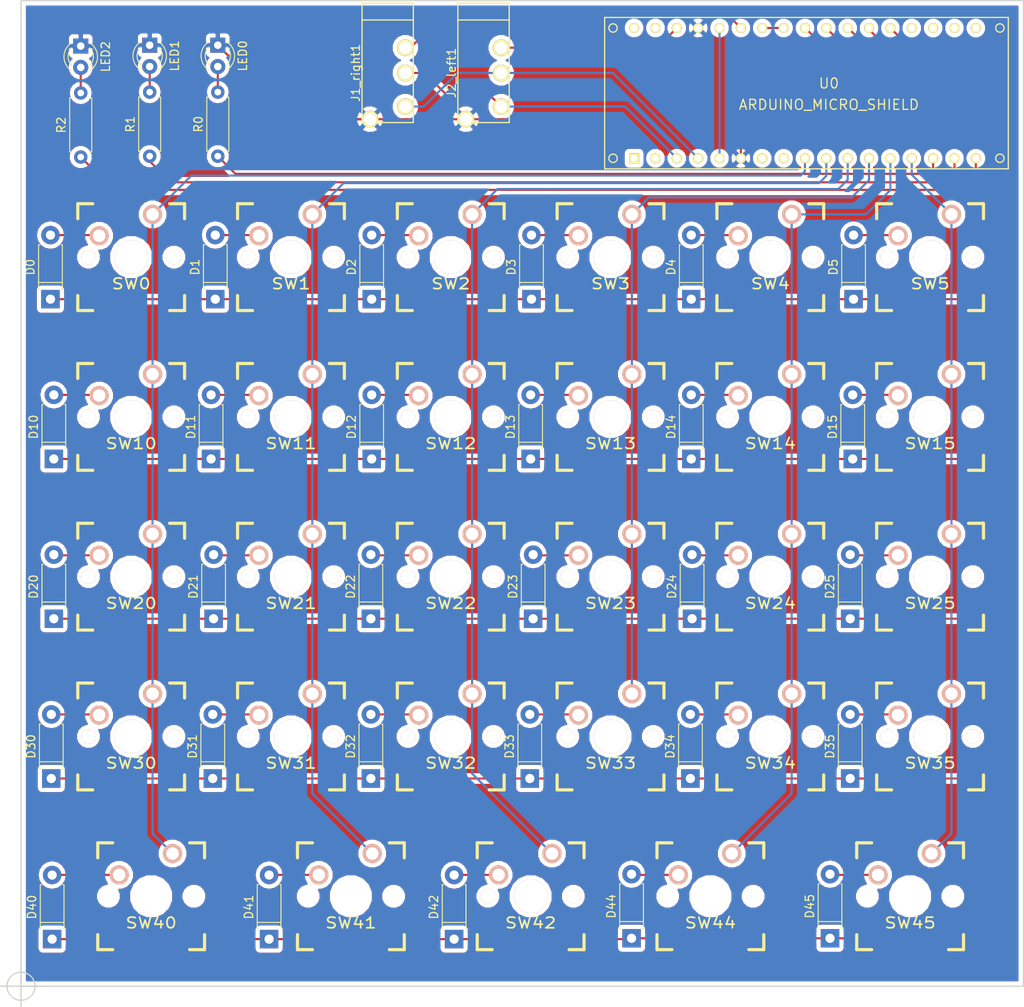
<source format=kicad_pcb>
(kicad_pcb (version 4) (host pcbnew 4.0.1-stable)
  (layers (0 F.Cu signal hide) (31 B.Cu signal hide) (34 B.Paste user hide) (35 F.Paste user hide) (36 B.SilkS user hide) (37 F.SilkS user hide) (38 B.Mask user hide) (39 F.Mask user hide) (44 Edge.Cuts user))
  (net 0 "")
  (net 1 /ROW0)
  (net 2 /ROW1)
  (net 3 "Net-(D10-Pad2)")
  (net 4 "Net-(D11-Pad2)")
  (net 5 "Net-(D12-Pad2)")
  (net 6 "Net-(D13-Pad2)")
  (net 7 "Net-(D14-Pad2)")
  (net 8 "Net-(D15-Pad2)")
  (net 9 /ROW2)
  (net 10 "Net-(D20-Pad2)")
  (net 11 "Net-(D21-Pad2)")
  (net 12 "Net-(D22-Pad2)")
  (net 13 "Net-(D23-Pad2)")
  (net 14 "Net-(D24-Pad2)")
  (net 15 "Net-(D25-Pad2)")
  (net 16 /ROW3)
  (net 17 "Net-(D30-Pad2)")
  (net 18 "Net-(D31-Pad2)")
  (net 19 "Net-(D32-Pad2)")
  (net 20 "Net-(D33-Pad2)")
  (net 21 "Net-(D34-Pad2)")
  (net 22 "Net-(D35-Pad2)")
  (net 23 /ROW4)
  (net 24 "Net-(D40-Pad2)")
  (net 25 "Net-(D41-Pad2)")
  (net 26 "Net-(D42-Pad2)")
  (net 27 VCC)
  (net 28 GND)
  (net 29 /COL0)
  (net 30 /COL1)
  (net 31 /COL2)
  (net 32 /COL3)
  (net 33 /COL4)
  (net 34 /COL5)
  (net 35 "Net-(U0-PadRST)")
  (net 36 "Net-(U0-PadNC)")
  (net 37 "Net-(D0-Pad2)")
  (net 38 "Net-(D1-Pad2)")
  (net 39 "Net-(D2-Pad2)")
  (net 40 "Net-(D3-Pad2)")
  (net 41 "Net-(D4-Pad2)")
  (net 42 "Net-(D5-Pad2)")
  (net 43 "Net-(D44-Pad2)")
  (net 44 "Net-(D45-Pad2)")
  (net 45 "Net-(J1_right1-Pad2)")
  (net 46 "Net-(J1_right1-Pad3)")
  (net 47 "Net-(J2_left1-Pad1)")
  (net 48 /LED0)
  (net 49 /LED1)
  (net 50 /LED2)
  (net 51 "Net-(LED0-Pad2)")
  (net 52 "Net-(LED1-Pad2)")
  (net 53 "Net-(LED2-Pad2)")
  (module Diodes_ThroughHole:D_DO-41_SOD81_P7.62mm_Horizontal (layer F.Cu) (at 40.8 74 90)
    (fp_text reference D10 (at 3.81 -2.41 90) (layer F.SilkS))
    (fp_text value D)
    (pad 1 thru_hole rect (at 0 0 90) (size 2.2 2.2) (drill 1.1) (layers *.Cu *.Mask) (net 2 /ROW1))
    (pad 2 thru_hole oval (at 7.62 0 90) (size 2.2 2.2) (drill 1.1) (layers *.Cu *.Mask) (net 3 "Net-(D10-Pad2)"))
  )
  (module Diodes_ThroughHole:D_DO-41_SOD81_P7.62mm_Horizontal (layer F.Cu) (at 59.5 74 90)
    (fp_text reference D11 (at 3.81 -2.41 90) (layer F.SilkS))
    (fp_text value D)
    (pad 1 thru_hole rect (at 0 0 90) (size 2.2 2.2) (drill 1.1) (layers *.Cu *.Mask) (net 2 /ROW1))
    (pad 2 thru_hole oval (at 7.62 0 90) (size 2.2 2.2) (drill 1.1) (layers *.Cu *.Mask) (net 4 "Net-(D11-Pad2)"))
  )
  (module Diodes_ThroughHole:D_DO-41_SOD81_P7.62mm_Horizontal (layer F.Cu) (at 78.6 74 90)
    (fp_text reference D12 (at 3.81 -2.41 90) (layer F.SilkS))
    (fp_text value D)
    (pad 1 thru_hole rect (at 0 0 90) (size 2.2 2.2) (drill 1.1) (layers *.Cu *.Mask) (net 2 /ROW1))
    (pad 2 thru_hole oval (at 7.62 0 90) (size 2.2 2.2) (drill 1.1) (layers *.Cu *.Mask) (net 5 "Net-(D12-Pad2)"))
  )
  (module Diodes_ThroughHole:D_DO-41_SOD81_P7.62mm_Horizontal (layer F.Cu) (at 97.5 74 90)
    (fp_text reference D13 (at 3.81 -2.41 90) (layer F.SilkS))
    (fp_text value D)
    (pad 1 thru_hole rect (at 0 0 90) (size 2.2 2.2) (drill 1.1) (layers *.Cu *.Mask) (net 2 /ROW1))
    (pad 2 thru_hole oval (at 7.62 0 90) (size 2.2 2.2) (drill 1.1) (layers *.Cu *.Mask) (net 6 "Net-(D13-Pad2)"))
  )
  (module Diodes_ThroughHole:D_DO-41_SOD81_P7.62mm_Horizontal (layer F.Cu) (at 116.6 74 90)
    (fp_text reference D14 (at 3.81 -2.41 90) (layer F.SilkS))
    (fp_text value D)
    (pad 1 thru_hole rect (at 0 0 90) (size 2.2 2.2) (drill 1.1) (layers *.Cu *.Mask) (net 2 /ROW1))
    (pad 2 thru_hole oval (at 7.62 0 90) (size 2.2 2.2) (drill 1.1) (layers *.Cu *.Mask) (net 7 "Net-(D14-Pad2)"))
  )
  (module Diodes_ThroughHole:D_DO-41_SOD81_P7.62mm_Horizontal (layer F.Cu) (at 135.8 74 90)
    (fp_text reference D15 (at 3.81 -2.41 90) (layer F.SilkS))
    (fp_text value D)
    (pad 1 thru_hole rect (at 0 0 90) (size 2.2 2.2) (drill 1.1) (layers *.Cu *.Mask) (net 2 /ROW1))
    (pad 2 thru_hole oval (at 7.62 0 90) (size 2.2 2.2) (drill 1.1) (layers *.Cu *.Mask) (net 8 "Net-(D15-Pad2)"))
  )
  (module Diodes_ThroughHole:D_DO-41_SOD81_P7.62mm_Horizontal (layer F.Cu) (at 40.8 93 90)
    (fp_text reference D20 (at 3.81 -2.41 90) (layer F.SilkS))
    (fp_text value D)
    (pad 1 thru_hole rect (at 0 0 90) (size 2.2 2.2) (drill 1.1) (layers *.Cu *.Mask) (net 9 /ROW2))
    (pad 2 thru_hole oval (at 7.62 0 90) (size 2.2 2.2) (drill 1.1) (layers *.Cu *.Mask) (net 10 "Net-(D20-Pad2)"))
  )
  (module Diodes_ThroughHole:D_DO-41_SOD81_P7.62mm_Horizontal (layer F.Cu) (at 59.8 93 90)
    (fp_text reference D21 (at 3.81 -2.41 90) (layer F.SilkS))
    (fp_text value D)
    (pad 1 thru_hole rect (at 0 0 90) (size 2.2 2.2) (drill 1.1) (layers *.Cu *.Mask) (net 9 /ROW2))
    (pad 2 thru_hole oval (at 7.62 0 90) (size 2.2 2.2) (drill 1.1) (layers *.Cu *.Mask) (net 11 "Net-(D21-Pad2)"))
  )
  (module Diodes_ThroughHole:D_DO-41_SOD81_P7.62mm_Horizontal (layer F.Cu) (at 78.5 93 90)
    (fp_text reference D22 (at 3.81 -2.41 90) (layer F.SilkS))
    (fp_text value D)
    (pad 1 thru_hole rect (at 0 0 90) (size 2.2 2.2) (drill 1.1) (layers *.Cu *.Mask) (net 9 /ROW2))
    (pad 2 thru_hole oval (at 7.62 0 90) (size 2.2 2.2) (drill 1.1) (layers *.Cu *.Mask) (net 12 "Net-(D22-Pad2)"))
  )
  (module Diodes_ThroughHole:D_DO-41_SOD81_P7.62mm_Horizontal (layer F.Cu) (at 97.8 93 90)
    (fp_text reference D23 (at 3.81 -2.41 90) (layer F.SilkS))
    (fp_text value D)
    (pad 1 thru_hole rect (at 0 0 90) (size 2.2 2.2) (drill 1.1) (layers *.Cu *.Mask) (net 9 /ROW2))
    (pad 2 thru_hole oval (at 7.62 0 90) (size 2.2 2.2) (drill 1.1) (layers *.Cu *.Mask) (net 13 "Net-(D23-Pad2)"))
  )
  (module Diodes_ThroughHole:D_DO-41_SOD81_P7.62mm_Horizontal (layer F.Cu) (at 116.7 93 90)
    (fp_text reference D24 (at 3.81 -2.41 90) (layer F.SilkS))
    (fp_text value D)
    (pad 1 thru_hole rect (at 0 0 90) (size 2.2 2.2) (drill 1.1) (layers *.Cu *.Mask) (net 9 /ROW2))
    (pad 2 thru_hole oval (at 7.62 0 90) (size 2.2 2.2) (drill 1.1) (layers *.Cu *.Mask) (net 14 "Net-(D24-Pad2)"))
  )
  (module Diodes_ThroughHole:D_DO-41_SOD81_P7.62mm_Horizontal (layer F.Cu) (at 135.5 93 90)
    (fp_text reference D25 (at 3.81 -2.41 90) (layer F.SilkS))
    (fp_text value D)
    (pad 1 thru_hole rect (at 0 0 90) (size 2.2 2.2) (drill 1.1) (layers *.Cu *.Mask) (net 9 /ROW2))
    (pad 2 thru_hole oval (at 7.62 0 90) (size 2.2 2.2) (drill 1.1) (layers *.Cu *.Mask) (net 15 "Net-(D25-Pad2)"))
  )
  (module Diodes_ThroughHole:D_DO-41_SOD81_P7.62mm_Horizontal (layer F.Cu) (at 40.5 112 90)
    (fp_text reference D30 (at 3.81 -2.41 90) (layer F.SilkS))
    (fp_text value D)
    (pad 1 thru_hole rect (at 0 0 90) (size 2.2 2.2) (drill 1.1) (layers *.Cu *.Mask) (net 16 /ROW3))
    (pad 2 thru_hole oval (at 7.62 0 90) (size 2.2 2.2) (drill 1.1) (layers *.Cu *.Mask) (net 17 "Net-(D30-Pad2)"))
  )
  (module Diodes_ThroughHole:D_DO-41_SOD81_P7.62mm_Horizontal (layer F.Cu) (at 59.7 112 90)
    (fp_text reference D31 (at 3.81 -2.41 90) (layer F.SilkS))
    (fp_text value D)
    (pad 1 thru_hole rect (at 0 0 90) (size 2.2 2.2) (drill 1.1) (layers *.Cu *.Mask) (net 16 /ROW3))
    (pad 2 thru_hole oval (at 7.62 0 90) (size 2.2 2.2) (drill 1.1) (layers *.Cu *.Mask) (net 18 "Net-(D31-Pad2)"))
  )
  (module Diodes_ThroughHole:D_DO-41_SOD81_P7.62mm_Horizontal (layer F.Cu) (at 78.5 112 90)
    (fp_text reference D32 (at 3.81 -2.41 90) (layer F.SilkS))
    (fp_text value D)
    (pad 1 thru_hole rect (at 0 0 90) (size 2.2 2.2) (drill 1.1) (layers *.Cu *.Mask) (net 16 /ROW3))
    (pad 2 thru_hole oval (at 7.62 0 90) (size 2.2 2.2) (drill 1.1) (layers *.Cu *.Mask) (net 19 "Net-(D32-Pad2)"))
  )
  (module Diodes_ThroughHole:D_DO-41_SOD81_P7.62mm_Horizontal (layer F.Cu) (at 97.4 112 90)
    (fp_text reference D33 (at 3.81 -2.41 90) (layer F.SilkS))
    (fp_text value D)
    (pad 1 thru_hole rect (at 0 0 90) (size 2.2 2.2) (drill 1.1) (layers *.Cu *.Mask) (net 16 /ROW3))
    (pad 2 thru_hole oval (at 7.62 0 90) (size 2.2 2.2) (drill 1.1) (layers *.Cu *.Mask) (net 20 "Net-(D33-Pad2)"))
  )
  (module Diodes_ThroughHole:D_DO-41_SOD81_P7.62mm_Horizontal (layer F.Cu) (at 116.5 112 90)
    (fp_text reference D34 (at 3.81 -2.41 90) (layer F.SilkS))
    (fp_text value D)
    (pad 1 thru_hole rect (at 0 0 90) (size 2.2 2.2) (drill 1.1) (layers *.Cu *.Mask) (net 16 /ROW3))
    (pad 2 thru_hole oval (at 7.62 0 90) (size 2.2 2.2) (drill 1.1) (layers *.Cu *.Mask) (net 21 "Net-(D34-Pad2)"))
  )
  (module Diodes_ThroughHole:D_DO-41_SOD81_P7.62mm_Horizontal (layer F.Cu) (at 135.5 112 90)
    (fp_text reference D35 (at 3.81 -2.41 90) (layer F.SilkS))
    (fp_text value D)
    (pad 1 thru_hole rect (at 0 0 90) (size 2.2 2.2) (drill 1.1) (layers *.Cu *.Mask) (net 16 /ROW3))
    (pad 2 thru_hole oval (at 7.62 0 90) (size 2.2 2.2) (drill 1.1) (layers *.Cu *.Mask) (net 22 "Net-(D35-Pad2)"))
  )
  (module Diodes_ThroughHole:D_DO-41_SOD81_P7.62mm_Horizontal (layer F.Cu) (at 40.6 131.1 90)
    (fp_text reference D40 (at 3.81 -2.41 90) (layer F.SilkS))
    (fp_text value D)
    (pad 1 thru_hole rect (at 0 0 90) (size 2.2 2.2) (drill 1.1) (layers *.Cu *.Mask) (net 23 /ROW4))
    (pad 2 thru_hole oval (at 7.62 0 90) (size 2.2 2.2) (drill 1.1) (layers *.Cu *.Mask) (net 24 "Net-(D40-Pad2)"))
  )
  (module Diodes_ThroughHole:D_DO-41_SOD81_P7.62mm_Horizontal (layer F.Cu) (at 66.4 131.1 90)
    (fp_text reference D41 (at 3.81 -2.41 90) (layer F.SilkS))
    (fp_text value D)
    (pad 1 thru_hole rect (at 0 0 90) (size 2.2 2.2) (drill 1.1) (layers *.Cu *.Mask) (net 23 /ROW4))
    (pad 2 thru_hole oval (at 7.62 0 90) (size 2.2 2.2) (drill 1.1) (layers *.Cu *.Mask) (net 25 "Net-(D41-Pad2)"))
  )
  (module Diodes_ThroughHole:D_DO-41_SOD81_P7.62mm_Horizontal (layer F.Cu) (at 88.4 131.1 90)
    (fp_text reference D42 (at 3.81 -2.41 90) (layer F.SilkS))
    (fp_text value D)
    (pad 1 thru_hole rect (at 0 0 90) (size 2.2 2.2) (drill 1.1) (layers *.Cu *.Mask) (net 23 /ROW4))
    (pad 2 thru_hole oval (at 7.62 0 90) (size 2.2 2.2) (drill 1.1) (layers *.Cu *.Mask) (net 26 "Net-(D42-Pad2)"))
  )
  (module MyFootprint:CHERRY_PLATE_100H (layer F.Cu) (at 50 69)
    (fp_text reference SW10 (at 0 3.175) (layer F.SilkS) (effects (font (size 1.27 1.524) (thickness 0.2032))))
    (fp_text value SW_PUSH hide)
    (pad 1 thru_hole circle (at 2.54 -5.08) (size 2.286 2.286) (drill 1.4986) (layers *.Cu *.SilkS *.Mask) (net 29 /COL0))
    (pad 2 thru_hole circle (at -3.81 -2.54) (size 2.286 2.286) (drill 1.4986) (layers *.Cu *.SilkS *.Mask) (net 3 "Net-(D10-Pad2)"))
    (pad HOLE thru_hole circle (at 0 0) (size 3.9878 3.9878) (drill 3.9878) (layers *.Cu *.Mask F.SilkS))
    (pad HOLE thru_hole circle (at -5.08 0) (size 1.7018 1.7018) (drill 1.7018) (layers *.Cu *.Mask F.SilkS))
    (pad HOLE thru_hole circle (at 5.08 0) (size 1.7018 1.7018) (drill 1.7018) (layers *.Cu *.Mask F.SilkS))
  )
  (module MyFootprint:CHERRY_PLATE_100H (layer F.Cu) (at 69 69)
    (fp_text reference SW11 (at 0 3.175) (layer F.SilkS) (effects (font (size 1.27 1.524) (thickness 0.2032))))
    (fp_text value SW_PUSH hide)
    (pad 1 thru_hole circle (at 2.54 -5.08) (size 2.286 2.286) (drill 1.4986) (layers *.Cu *.SilkS *.Mask) (net 30 /COL1))
    (pad 2 thru_hole circle (at -3.81 -2.54) (size 2.286 2.286) (drill 1.4986) (layers *.Cu *.SilkS *.Mask) (net 4 "Net-(D11-Pad2)"))
    (pad HOLE thru_hole circle (at 0 0) (size 3.9878 3.9878) (drill 3.9878) (layers *.Cu *.Mask F.SilkS))
    (pad HOLE thru_hole circle (at -5.08 0) (size 1.7018 1.7018) (drill 1.7018) (layers *.Cu *.Mask F.SilkS))
    (pad HOLE thru_hole circle (at 5.08 0) (size 1.7018 1.7018) (drill 1.7018) (layers *.Cu *.Mask F.SilkS))
  )
  (module MyFootprint:CHERRY_PLATE_100H (layer F.Cu) (at 88 69)
    (fp_text reference SW12 (at 0 3.175) (layer F.SilkS) (effects (font (size 1.27 1.524) (thickness 0.2032))))
    (fp_text value SW_PUSH hide)
    (pad 1 thru_hole circle (at 2.54 -5.08) (size 2.286 2.286) (drill 1.4986) (layers *.Cu *.SilkS *.Mask) (net 31 /COL2))
    (pad 2 thru_hole circle (at -3.81 -2.54) (size 2.286 2.286) (drill 1.4986) (layers *.Cu *.SilkS *.Mask) (net 5 "Net-(D12-Pad2)"))
    (pad HOLE thru_hole circle (at 0 0) (size 3.9878 3.9878) (drill 3.9878) (layers *.Cu *.Mask F.SilkS))
    (pad HOLE thru_hole circle (at -5.08 0) (size 1.7018 1.7018) (drill 1.7018) (layers *.Cu *.Mask F.SilkS))
    (pad HOLE thru_hole circle (at 5.08 0) (size 1.7018 1.7018) (drill 1.7018) (layers *.Cu *.Mask F.SilkS))
  )
  (module MyFootprint:CHERRY_PLATE_100H (layer F.Cu) (at 107 69)
    (fp_text reference SW13 (at 0 3.175) (layer F.SilkS) (effects (font (size 1.27 1.524) (thickness 0.2032))))
    (fp_text value SW_PUSH hide)
    (pad 1 thru_hole circle (at 2.54 -5.08) (size 2.286 2.286) (drill 1.4986) (layers *.Cu *.SilkS *.Mask) (net 32 /COL3))
    (pad 2 thru_hole circle (at -3.81 -2.54) (size 2.286 2.286) (drill 1.4986) (layers *.Cu *.SilkS *.Mask) (net 6 "Net-(D13-Pad2)"))
    (pad HOLE thru_hole circle (at 0 0) (size 3.9878 3.9878) (drill 3.9878) (layers *.Cu *.Mask F.SilkS))
    (pad HOLE thru_hole circle (at -5.08 0) (size 1.7018 1.7018) (drill 1.7018) (layers *.Cu *.Mask F.SilkS))
    (pad HOLE thru_hole circle (at 5.08 0) (size 1.7018 1.7018) (drill 1.7018) (layers *.Cu *.Mask F.SilkS))
  )
  (module MyFootprint:CHERRY_PLATE_100H (layer F.Cu) (at 126 69)
    (fp_text reference SW14 (at 0 3.175) (layer F.SilkS) (effects (font (size 1.27 1.524) (thickness 0.2032))))
    (fp_text value SW_PUSH hide)
    (pad 1 thru_hole circle (at 2.54 -5.08) (size 2.286 2.286) (drill 1.4986) (layers *.Cu *.SilkS *.Mask) (net 33 /COL4))
    (pad 2 thru_hole circle (at -3.81 -2.54) (size 2.286 2.286) (drill 1.4986) (layers *.Cu *.SilkS *.Mask) (net 7 "Net-(D14-Pad2)"))
    (pad HOLE thru_hole circle (at 0 0) (size 3.9878 3.9878) (drill 3.9878) (layers *.Cu *.Mask F.SilkS))
    (pad HOLE thru_hole circle (at -5.08 0) (size 1.7018 1.7018) (drill 1.7018) (layers *.Cu *.Mask F.SilkS))
    (pad HOLE thru_hole circle (at 5.08 0) (size 1.7018 1.7018) (drill 1.7018) (layers *.Cu *.Mask F.SilkS))
  )
  (module MyFootprint:CHERRY_PLATE_100H (layer F.Cu) (at 145 69)
    (fp_text reference SW15 (at 0 3.175) (layer F.SilkS) (effects (font (size 1.27 1.524) (thickness 0.2032))))
    (fp_text value SW_PUSH hide)
    (pad 1 thru_hole circle (at 2.54 -5.08) (size 2.286 2.286) (drill 1.4986) (layers *.Cu *.SilkS *.Mask) (net 34 /COL5))
    (pad 2 thru_hole circle (at -3.81 -2.54) (size 2.286 2.286) (drill 1.4986) (layers *.Cu *.SilkS *.Mask) (net 8 "Net-(D15-Pad2)"))
    (pad HOLE thru_hole circle (at 0 0) (size 3.9878 3.9878) (drill 3.9878) (layers *.Cu *.Mask F.SilkS))
    (pad HOLE thru_hole circle (at -5.08 0) (size 1.7018 1.7018) (drill 1.7018) (layers *.Cu *.Mask F.SilkS))
    (pad HOLE thru_hole circle (at 5.08 0) (size 1.7018 1.7018) (drill 1.7018) (layers *.Cu *.Mask F.SilkS))
  )
  (module MyFootprint:CHERRY_PLATE_100H (layer F.Cu) (at 50 88)
    (fp_text reference SW20 (at 0 3.175) (layer F.SilkS) (effects (font (size 1.27 1.524) (thickness 0.2032))))
    (fp_text value SW_PUSH hide)
    (pad 1 thru_hole circle (at 2.54 -5.08) (size 2.286 2.286) (drill 1.4986) (layers *.Cu *.SilkS *.Mask) (net 29 /COL0))
    (pad 2 thru_hole circle (at -3.81 -2.54) (size 2.286 2.286) (drill 1.4986) (layers *.Cu *.SilkS *.Mask) (net 10 "Net-(D20-Pad2)"))
    (pad HOLE thru_hole circle (at 0 0) (size 3.9878 3.9878) (drill 3.9878) (layers *.Cu *.Mask F.SilkS))
    (pad HOLE thru_hole circle (at -5.08 0) (size 1.7018 1.7018) (drill 1.7018) (layers *.Cu *.Mask F.SilkS))
    (pad HOLE thru_hole circle (at 5.08 0) (size 1.7018 1.7018) (drill 1.7018) (layers *.Cu *.Mask F.SilkS))
  )
  (module MyFootprint:CHERRY_PLATE_100H (layer F.Cu) (at 69 88)
    (fp_text reference SW21 (at 0 3.175) (layer F.SilkS) (effects (font (size 1.27 1.524) (thickness 0.2032))))
    (fp_text value SW_PUSH hide)
    (pad 1 thru_hole circle (at 2.54 -5.08) (size 2.286 2.286) (drill 1.4986) (layers *.Cu *.SilkS *.Mask) (net 30 /COL1))
    (pad 2 thru_hole circle (at -3.81 -2.54) (size 2.286 2.286) (drill 1.4986) (layers *.Cu *.SilkS *.Mask) (net 11 "Net-(D21-Pad2)"))
    (pad HOLE thru_hole circle (at 0 0) (size 3.9878 3.9878) (drill 3.9878) (layers *.Cu *.Mask F.SilkS))
    (pad HOLE thru_hole circle (at -5.08 0) (size 1.7018 1.7018) (drill 1.7018) (layers *.Cu *.Mask F.SilkS))
    (pad HOLE thru_hole circle (at 5.08 0) (size 1.7018 1.7018) (drill 1.7018) (layers *.Cu *.Mask F.SilkS))
  )
  (module MyFootprint:CHERRY_PLATE_100H (layer F.Cu) (at 88 88)
    (fp_text reference SW22 (at 0 3.175) (layer F.SilkS) (effects (font (size 1.27 1.524) (thickness 0.2032))))
    (fp_text value SW_PUSH hide)
    (pad 1 thru_hole circle (at 2.54 -5.08) (size 2.286 2.286) (drill 1.4986) (layers *.Cu *.SilkS *.Mask) (net 31 /COL2))
    (pad 2 thru_hole circle (at -3.81 -2.54) (size 2.286 2.286) (drill 1.4986) (layers *.Cu *.SilkS *.Mask) (net 12 "Net-(D22-Pad2)"))
    (pad HOLE thru_hole circle (at 0 0) (size 3.9878 3.9878) (drill 3.9878) (layers *.Cu *.Mask F.SilkS))
    (pad HOLE thru_hole circle (at -5.08 0) (size 1.7018 1.7018) (drill 1.7018) (layers *.Cu *.Mask F.SilkS))
    (pad HOLE thru_hole circle (at 5.08 0) (size 1.7018 1.7018) (drill 1.7018) (layers *.Cu *.Mask F.SilkS))
  )
  (module MyFootprint:CHERRY_PLATE_100H (layer F.Cu) (at 107 88)
    (fp_text reference SW23 (at 0 3.175) (layer F.SilkS) (effects (font (size 1.27 1.524) (thickness 0.2032))))
    (fp_text value SW_PUSH hide)
    (pad 1 thru_hole circle (at 2.54 -5.08) (size 2.286 2.286) (drill 1.4986) (layers *.Cu *.SilkS *.Mask) (net 32 /COL3))
    (pad 2 thru_hole circle (at -3.81 -2.54) (size 2.286 2.286) (drill 1.4986) (layers *.Cu *.SilkS *.Mask) (net 13 "Net-(D23-Pad2)"))
    (pad HOLE thru_hole circle (at 0 0) (size 3.9878 3.9878) (drill 3.9878) (layers *.Cu *.Mask F.SilkS))
    (pad HOLE thru_hole circle (at -5.08 0) (size 1.7018 1.7018) (drill 1.7018) (layers *.Cu *.Mask F.SilkS))
    (pad HOLE thru_hole circle (at 5.08 0) (size 1.7018 1.7018) (drill 1.7018) (layers *.Cu *.Mask F.SilkS))
  )
  (module MyFootprint:CHERRY_PLATE_100H (layer F.Cu) (at 126 88)
    (fp_text reference SW24 (at 0 3.175) (layer F.SilkS) (effects (font (size 1.27 1.524) (thickness 0.2032))))
    (fp_text value SW_PUSH hide)
    (pad 1 thru_hole circle (at 2.54 -5.08) (size 2.286 2.286) (drill 1.4986) (layers *.Cu *.SilkS *.Mask) (net 33 /COL4))
    (pad 2 thru_hole circle (at -3.81 -2.54) (size 2.286 2.286) (drill 1.4986) (layers *.Cu *.SilkS *.Mask) (net 14 "Net-(D24-Pad2)"))
    (pad HOLE thru_hole circle (at 0 0) (size 3.9878 3.9878) (drill 3.9878) (layers *.Cu *.Mask F.SilkS))
    (pad HOLE thru_hole circle (at -5.08 0) (size 1.7018 1.7018) (drill 1.7018) (layers *.Cu *.Mask F.SilkS))
    (pad HOLE thru_hole circle (at 5.08 0) (size 1.7018 1.7018) (drill 1.7018) (layers *.Cu *.Mask F.SilkS))
  )
  (module MyFootprint:CHERRY_PLATE_100H (layer F.Cu) (at 145 88)
    (fp_text reference SW25 (at 0 3.175) (layer F.SilkS) (effects (font (size 1.27 1.524) (thickness 0.2032))))
    (fp_text value SW_PUSH hide)
    (pad 1 thru_hole circle (at 2.54 -5.08) (size 2.286 2.286) (drill 1.4986) (layers *.Cu *.SilkS *.Mask) (net 34 /COL5))
    (pad 2 thru_hole circle (at -3.81 -2.54) (size 2.286 2.286) (drill 1.4986) (layers *.Cu *.SilkS *.Mask) (net 15 "Net-(D25-Pad2)"))
    (pad HOLE thru_hole circle (at 0 0) (size 3.9878 3.9878) (drill 3.9878) (layers *.Cu *.Mask F.SilkS))
    (pad HOLE thru_hole circle (at -5.08 0) (size 1.7018 1.7018) (drill 1.7018) (layers *.Cu *.Mask F.SilkS))
    (pad HOLE thru_hole circle (at 5.08 0) (size 1.7018 1.7018) (drill 1.7018) (layers *.Cu *.Mask F.SilkS))
  )
  (module MyFootprint:CHERRY_PLATE_100H (layer F.Cu) (at 50 107)
    (fp_text reference SW30 (at 0 3.175) (layer F.SilkS) (effects (font (size 1.27 1.524) (thickness 0.2032))))
    (fp_text value SW_PUSH hide)
    (pad 1 thru_hole circle (at 2.54 -5.08) (size 2.286 2.286) (drill 1.4986) (layers *.Cu *.SilkS *.Mask) (net 29 /COL0))
    (pad 2 thru_hole circle (at -3.81 -2.54) (size 2.286 2.286) (drill 1.4986) (layers *.Cu *.SilkS *.Mask) (net 17 "Net-(D30-Pad2)"))
    (pad HOLE thru_hole circle (at 0 0) (size 3.9878 3.9878) (drill 3.9878) (layers *.Cu *.Mask F.SilkS))
    (pad HOLE thru_hole circle (at -5.08 0) (size 1.7018 1.7018) (drill 1.7018) (layers *.Cu *.Mask F.SilkS))
    (pad HOLE thru_hole circle (at 5.08 0) (size 1.7018 1.7018) (drill 1.7018) (layers *.Cu *.Mask F.SilkS))
  )
  (module MyFootprint:CHERRY_PLATE_100H (layer F.Cu) (at 69 107)
    (fp_text reference SW31 (at 0 3.175) (layer F.SilkS) (effects (font (size 1.27 1.524) (thickness 0.2032))))
    (fp_text value SW_PUSH hide)
    (pad 1 thru_hole circle (at 2.54 -5.08) (size 2.286 2.286) (drill 1.4986) (layers *.Cu *.SilkS *.Mask) (net 30 /COL1))
    (pad 2 thru_hole circle (at -3.81 -2.54) (size 2.286 2.286) (drill 1.4986) (layers *.Cu *.SilkS *.Mask) (net 18 "Net-(D31-Pad2)"))
    (pad HOLE thru_hole circle (at 0 0) (size 3.9878 3.9878) (drill 3.9878) (layers *.Cu *.Mask F.SilkS))
    (pad HOLE thru_hole circle (at -5.08 0) (size 1.7018 1.7018) (drill 1.7018) (layers *.Cu *.Mask F.SilkS))
    (pad HOLE thru_hole circle (at 5.08 0) (size 1.7018 1.7018) (drill 1.7018) (layers *.Cu *.Mask F.SilkS))
  )
  (module MyFootprint:CHERRY_PLATE_100H (layer F.Cu) (at 88 107)
    (fp_text reference SW32 (at 0 3.175) (layer F.SilkS) (effects (font (size 1.27 1.524) (thickness 0.2032))))
    (fp_text value SW_PUSH hide)
    (pad 1 thru_hole circle (at 2.54 -5.08) (size 2.286 2.286) (drill 1.4986) (layers *.Cu *.SilkS *.Mask) (net 31 /COL2))
    (pad 2 thru_hole circle (at -3.81 -2.54) (size 2.286 2.286) (drill 1.4986) (layers *.Cu *.SilkS *.Mask) (net 19 "Net-(D32-Pad2)"))
    (pad HOLE thru_hole circle (at 0 0) (size 3.9878 3.9878) (drill 3.9878) (layers *.Cu *.Mask F.SilkS))
    (pad HOLE thru_hole circle (at -5.08 0) (size 1.7018 1.7018) (drill 1.7018) (layers *.Cu *.Mask F.SilkS))
    (pad HOLE thru_hole circle (at 5.08 0) (size 1.7018 1.7018) (drill 1.7018) (layers *.Cu *.Mask F.SilkS))
  )
  (module MyFootprint:CHERRY_PLATE_100H (layer F.Cu) (at 107 107)
    (fp_text reference SW33 (at 0 3.175) (layer F.SilkS) (effects (font (size 1.27 1.524) (thickness 0.2032))))
    (fp_text value SW_PUSH hide)
    (pad 1 thru_hole circle (at 2.54 -5.08) (size 2.286 2.286) (drill 1.4986) (layers *.Cu *.SilkS *.Mask) (net 32 /COL3))
    (pad 2 thru_hole circle (at -3.81 -2.54) (size 2.286 2.286) (drill 1.4986) (layers *.Cu *.SilkS *.Mask) (net 20 "Net-(D33-Pad2)"))
    (pad HOLE thru_hole circle (at 0 0) (size 3.9878 3.9878) (drill 3.9878) (layers *.Cu *.Mask F.SilkS))
    (pad HOLE thru_hole circle (at -5.08 0) (size 1.7018 1.7018) (drill 1.7018) (layers *.Cu *.Mask F.SilkS))
    (pad HOLE thru_hole circle (at 5.08 0) (size 1.7018 1.7018) (drill 1.7018) (layers *.Cu *.Mask F.SilkS))
  )
  (module MyFootprint:CHERRY_PLATE_100H (layer F.Cu) (at 126 107)
    (fp_text reference SW34 (at 0 3.175) (layer F.SilkS) (effects (font (size 1.27 1.524) (thickness 0.2032))))
    (fp_text value SW_PUSH hide)
    (pad 1 thru_hole circle (at 2.54 -5.08) (size 2.286 2.286) (drill 1.4986) (layers *.Cu *.SilkS *.Mask) (net 33 /COL4))
    (pad 2 thru_hole circle (at -3.81 -2.54) (size 2.286 2.286) (drill 1.4986) (layers *.Cu *.SilkS *.Mask) (net 21 "Net-(D34-Pad2)"))
    (pad HOLE thru_hole circle (at 0 0) (size 3.9878 3.9878) (drill 3.9878) (layers *.Cu *.Mask F.SilkS))
    (pad HOLE thru_hole circle (at -5.08 0) (size 1.7018 1.7018) (drill 1.7018) (layers *.Cu *.Mask F.SilkS))
    (pad HOLE thru_hole circle (at 5.08 0) (size 1.7018 1.7018) (drill 1.7018) (layers *.Cu *.Mask F.SilkS))
  )
  (module MyFootprint:CHERRY_PLATE_100H (layer F.Cu) (at 145 107)
    (fp_text reference SW35 (at 0 3.175) (layer F.SilkS) (effects (font (size 1.27 1.524) (thickness 0.2032))))
    (fp_text value SW_PUSH hide)
    (pad 1 thru_hole circle (at 2.54 -5.08) (size 2.286 2.286) (drill 1.4986) (layers *.Cu *.SilkS *.Mask) (net 34 /COL5))
    (pad 2 thru_hole circle (at -3.81 -2.54) (size 2.286 2.286) (drill 1.4986) (layers *.Cu *.SilkS *.Mask) (net 22 "Net-(D35-Pad2)"))
    (pad HOLE thru_hole circle (at 0 0) (size 3.9878 3.9878) (drill 3.9878) (layers *.Cu *.Mask F.SilkS))
    (pad HOLE thru_hole circle (at -5.08 0) (size 1.7018 1.7018) (drill 1.7018) (layers *.Cu *.Mask F.SilkS))
    (pad HOLE thru_hole circle (at 5.08 0) (size 1.7018 1.7018) (drill 1.7018) (layers *.Cu *.Mask F.SilkS))
  )
  (module MyFootprint:CHERRY_PLATE_125H (layer F.Cu) (at 52.375 126)
    (fp_text reference SW40 (at 0 3.175) (layer F.SilkS) (effects (font (size 1.27 1.524) (thickness 0.2032))))
    (fp_text value SW_PUSH hide)
    (pad 1 thru_hole circle (at 2.54 -5.08) (size 2.286 2.286) (drill 1.4986) (layers *.Cu *.SilkS *.Mask) (net 29 /COL0))
    (pad 2 thru_hole circle (at -3.81 -2.54) (size 2.286 2.286) (drill 1.4986) (layers *.Cu *.SilkS *.Mask) (net 24 "Net-(D40-Pad2)"))
    (pad HOLE np_thru_hole circle (at 0 0) (size 3.9878 3.9878) (drill 3.9878) (layers *.Cu))
    (pad HOLE np_thru_hole circle (at -5.08 0) (size 1.7018 1.7018) (drill 1.7018) (layers *.Cu))
    (pad HOLE np_thru_hole circle (at 5.08 0) (size 1.7018 1.7018) (drill 1.7018) (layers *.Cu))
  )
  (module MyFootprint:CHERRY_PLATE_125H (layer F.Cu) (at 76.125 126)
    (fp_text reference SW41 (at 0 3.175) (layer F.SilkS) (effects (font (size 1.27 1.524) (thickness 0.2032))))
    (fp_text value SW_PUSH hide)
    (pad 1 thru_hole circle (at 2.54 -5.08) (size 2.286 2.286) (drill 1.4986) (layers *.Cu *.SilkS *.Mask) (net 30 /COL1))
    (pad 2 thru_hole circle (at -3.81 -2.54) (size 2.286 2.286) (drill 1.4986) (layers *.Cu *.SilkS *.Mask) (net 25 "Net-(D41-Pad2)"))
    (pad HOLE np_thru_hole circle (at 0 0) (size 3.9878 3.9878) (drill 3.9878) (layers *.Cu))
    (pad HOLE np_thru_hole circle (at -5.08 0) (size 1.7018 1.7018) (drill 1.7018) (layers *.Cu))
    (pad HOLE np_thru_hole circle (at 5.08 0) (size 1.7018 1.7018) (drill 1.7018) (layers *.Cu))
  )
  (module arduino_micro_shield:ARDUINO_MICRO_SHIELD (layer F.Cu) (at 106.3 39.5)
    (fp_text reference U0 (at 26.67 -10.16) (layer F.SilkS) (effects (font (size 1.2 1.2))))
    (fp_text value ARDUINO_MICRO_SHIELD (at 26.67 -7.62) (layer F.SilkS) (effects (font (size 1.2 1.2))))
    (pad SCK thru_hole circle (at 3.5 -16.746) (size 1.2 1.2) (drill 0.8) (layers *.Cu *.Mask F.SilkS))
    (pad MI thru_hole circle (at 6.04 -16.746) (size 1.2 1.2) (drill 0.8) (layers *.Cu *.Mask F.SilkS))
    (pad VI thru_hole circle (at 8.58 -16.746) (size 1.2 1.2) (drill 0.8) (layers *.Cu *.Mask F.SilkS) (net 47 "Net-(J2_left1-Pad1)"))
    (pad GND thru_hole circle (at 11.12 -16.746) (size 1.2 1.2) (drill 0.8) (layers *.Cu *.Mask F.SilkS) (net 28 GND))
    (pad RST thru_hole circle (at 13.66 -16.746) (size 1.2 1.2) (drill 0.8) (layers *.Cu *.Mask F.SilkS) (net 35 "Net-(U0-PadRST)"))
    (pad 5V thru_hole circle (at 16.2 -16.746) (size 1.2 1.2) (drill 0.8) (layers *.Cu *.Mask F.SilkS) (net 27 VCC))
    (pad NC thru_hole circle (at 18.74 -16.746) (size 1.2 1.2) (drill 0.8) (layers *.Cu *.Mask F.SilkS) (net 36 "Net-(U0-PadNC)"))
    (pad NC thru_hole circle (at 21.28 -16.746) (size 1.2 1.2) (drill 0.8) (layers *.Cu *.Mask F.SilkS) (net 36 "Net-(U0-PadNC)"))
    (pad A5 thru_hole circle (at 23.82 -16.746) (size 1.2 1.2) (drill 0.8) (layers *.Cu *.Mask F.SilkS) (net 1 /ROW0))
    (pad A4 thru_hole circle (at 26.36 -16.746) (size 1.2 1.2) (drill 0.8) (layers *.Cu *.Mask F.SilkS) (net 2 /ROW1))
    (pad A3 thru_hole circle (at 28.9 -16.746) (size 1.2 1.2) (drill 0.8) (layers *.Cu *.Mask F.SilkS) (net 9 /ROW2))
    (pad A2 thru_hole circle (at 31.44 -16.746) (size 1.2 1.2) (drill 0.8) (layers *.Cu *.Mask F.SilkS) (net 16 /ROW3))
    (pad A1 thru_hole circle (at 33.98 -16.746) (size 1.2 1.2) (drill 0.8) (layers *.Cu *.Mask F.SilkS) (net 23 /ROW4))
    (pad A0 thru_hole circle (at 36.52 -16.746) (size 1.2 1.2) (drill 0.8) (layers *.Cu *.Mask F.SilkS))
    (pad AREF thru_hole circle (at 39.06 -16.746) (size 1.2 1.2) (drill 0.8) (layers *.Cu *.Mask F.SilkS))
    (pad 3.3V thru_hole circle (at 41.6 -16.746) (size 1.2 1.2) (drill 0.8) (layers *.Cu *.Mask F.SilkS))
    (pad 13 thru_hole circle (at 44.14 -16.746) (size 1.2 1.2) (drill 0.8) (layers *.Cu *.Mask F.SilkS))
    (pad MO thru_hole rect (at 3.5 -1.254) (size 1.2 1.2) (drill 0.8) (layers *.Cu *.Mask F.SilkS))
    (pad SS thru_hole circle (at 6.04 -1.254) (size 1.2 1.2) (drill 0.8) (layers *.Cu *.Mask F.SilkS))
    (pad TX thru_hole circle (at 8.58 -1.254) (size 1.2 1.2) (drill 0.8) (layers *.Cu *.Mask F.SilkS) (net 45 "Net-(J1_right1-Pad2)"))
    (pad RX thru_hole circle (at 11.12 -1.254) (size 1.2 1.2) (drill 0.8) (layers *.Cu *.Mask F.SilkS) (net 46 "Net-(J1_right1-Pad3)"))
    (pad RST thru_hole circle (at 13.66 -1.254) (size 1.2 1.2) (drill 0.8) (layers *.Cu *.Mask F.SilkS) (net 35 "Net-(U0-PadRST)"))
    (pad GND thru_hole circle (at 16.2 -1.254) (size 1.2 1.2) (drill 0.8) (layers *.Cu *.Mask F.SilkS) (net 28 GND))
    (pad 2 thru_hole circle (at 18.74 -1.254) (size 1.2 1.2) (drill 0.8) (layers *.Cu *.Mask F.SilkS))
    (pad 3 thru_hole circle (at 21.28 -1.254) (size 1.2 1.2) (drill 0.8) (layers *.Cu *.Mask F.SilkS))
    (pad 4 thru_hole circle (at 23.82 -1.254) (size 1.2 1.2) (drill 0.8) (layers *.Cu *.Mask F.SilkS) (net 29 /COL0))
    (pad 5 thru_hole circle (at 26.36 -1.254) (size 1.2 1.2) (drill 0.8) (layers *.Cu *.Mask F.SilkS) (net 30 /COL1))
    (pad 6 thru_hole circle (at 28.9 -1.254) (size 1.2 1.2) (drill 0.8) (layers *.Cu *.Mask F.SilkS) (net 31 /COL2))
    (pad 7 thru_hole circle (at 31.44 -1.254) (size 1.2 1.2) (drill 0.8) (layers *.Cu *.Mask F.SilkS) (net 32 /COL3))
    (pad 8 thru_hole circle (at 33.98 -1.254) (size 1.2 1.2) (drill 0.8) (layers *.Cu *.Mask F.SilkS) (net 33 /COL4))
    (pad 9 thru_hole circle (at 36.52 -1.254) (size 1.2 1.2) (drill 0.8) (layers *.Cu *.Mask F.SilkS) (net 34 /COL5))
    (pad 10 thru_hole circle (at 39.06 -1.254) (size 1.2 1.2) (drill 0.8) (layers *.Cu *.Mask F.SilkS) (net 48 /LED0))
    (pad 11 thru_hole circle (at 41.6 -1.254) (size 1.2 1.2) (drill 0.8) (layers *.Cu *.Mask F.SilkS) (net 49 /LED1))
    (pad 12 thru_hole circle (at 44.14 -1.254) (size 1.2 1.2) (drill 0.8) (layers *.Cu *.Mask F.SilkS) (net 50 /LED2))
  )
  (module Diodes_ThroughHole:D_DO-41_SOD81_P7.62mm_Horizontal (layer F.Cu) (at 40.4 55 90)
    (fp_text reference D0 (at 3.81 -2.41 90) (layer F.SilkS))
    (fp_text value D)
    (pad 1 thru_hole rect (at 0 0 90) (size 2.2 2.2) (drill 1.1) (layers *.Cu *.Mask) (net 1 /ROW0))
    (pad 2 thru_hole oval (at 7.62 0 90) (size 2.2 2.2) (drill 1.1) (layers *.Cu *.Mask) (net 37 "Net-(D0-Pad2)"))
  )
  (module Diodes_ThroughHole:D_DO-41_SOD81_P7.62mm_Horizontal (layer F.Cu) (at 60 55 90)
    (fp_text reference D1 (at 3.81 -2.41 90) (layer F.SilkS))
    (fp_text value D)
    (pad 1 thru_hole rect (at 0 0 90) (size 2.2 2.2) (drill 1.1) (layers *.Cu *.Mask) (net 1 /ROW0))
    (pad 2 thru_hole oval (at 7.62 0 90) (size 2.2 2.2) (drill 1.1) (layers *.Cu *.Mask) (net 38 "Net-(D1-Pad2)"))
  )
  (module Diodes_ThroughHole:D_DO-41_SOD81_P7.62mm_Horizontal (layer F.Cu) (at 78.6 55 90)
    (fp_text reference D2 (at 3.81 -2.41 90) (layer F.SilkS))
    (fp_text value D)
    (pad 1 thru_hole rect (at 0 0 90) (size 2.2 2.2) (drill 1.1) (layers *.Cu *.Mask) (net 1 /ROW0))
    (pad 2 thru_hole oval (at 7.62 0 90) (size 2.2 2.2) (drill 1.1) (layers *.Cu *.Mask) (net 39 "Net-(D2-Pad2)"))
  )
  (module Diodes_ThroughHole:D_DO-41_SOD81_P7.62mm_Horizontal (layer F.Cu) (at 97.6 55 90)
    (fp_text reference D3 (at 3.81 -2.41 90) (layer F.SilkS))
    (fp_text value D)
    (pad 1 thru_hole rect (at 0 0 90) (size 2.2 2.2) (drill 1.1) (layers *.Cu *.Mask) (net 1 /ROW0))
    (pad 2 thru_hole oval (at 7.62 0 90) (size 2.2 2.2) (drill 1.1) (layers *.Cu *.Mask) (net 40 "Net-(D3-Pad2)"))
  )
  (module Diodes_ThroughHole:D_DO-41_SOD81_P7.62mm_Horizontal (layer F.Cu) (at 116.6 55 90)
    (fp_text reference D4 (at 3.81 -2.41 90) (layer F.SilkS))
    (fp_text value D)
    (pad 1 thru_hole rect (at 0 0 90) (size 2.2 2.2) (drill 1.1) (layers *.Cu *.Mask) (net 1 /ROW0))
    (pad 2 thru_hole oval (at 7.62 0 90) (size 2.2 2.2) (drill 1.1) (layers *.Cu *.Mask) (net 41 "Net-(D4-Pad2)"))
  )
  (module Diodes_ThroughHole:D_DO-41_SOD81_P7.62mm_Horizontal (layer F.Cu) (at 135.9 55 90)
    (fp_text reference D5 (at 3.81 -2.41 90) (layer F.SilkS))
    (fp_text value D)
    (pad 1 thru_hole rect (at 0 0 90) (size 2.2 2.2) (drill 1.1) (layers *.Cu *.Mask) (net 1 /ROW0))
    (pad 2 thru_hole oval (at 7.62 0 90) (size 2.2 2.2) (drill 1.1) (layers *.Cu *.Mask) (net 42 "Net-(D5-Pad2)"))
  )
  (module Diodes_ThroughHole:D_DO-41_SOD81_P7.62mm_Horizontal (layer F.Cu) (at 109.5 131 90)
    (fp_text reference D44 (at 3.81 -2.41 90) (layer F.SilkS))
    (fp_text value D)
    (pad 1 thru_hole rect (at 0 0 90) (size 2.2 2.2) (drill 1.1) (layers *.Cu *.Mask) (net 23 /ROW4))
    (pad 2 thru_hole oval (at 7.62 0 90) (size 2.2 2.2) (drill 1.1) (layers *.Cu *.Mask) (net 43 "Net-(D44-Pad2)"))
  )
  (module Diodes_ThroughHole:D_DO-41_SOD81_P7.62mm_Horizontal (layer F.Cu) (at 133.1 131 90)
    (fp_text reference D45 (at 3.81 -2.41 90) (layer F.SilkS))
    (fp_text value D)
    (pad 1 thru_hole rect (at 0 0 90) (size 2.2 2.2) (drill 1.1) (layers *.Cu *.Mask) (net 23 /ROW4))
    (pad 2 thru_hole oval (at 7.62 0 90) (size 2.2 2.2) (drill 1.1) (layers *.Cu *.Mask) (net 44 "Net-(D45-Pad2)"))
  )
  (module MyFootprint:4pin_Jack (layer F.Cu) (at 80.5 28.1 270)
    (fp_text reference J1_right1 (at 0 3.81 270) (layer F.SilkS))
    (fp_text value 4pin_Jack)
    (pad 1 thru_hole circle (at -3 -2.1 270) (size 2 2) (drill 1.5) (layers *.Cu *.Mask F.SilkS) (net 27 VCC))
    (pad 2 thru_hole circle (at 0 -2.1 270) (size 2 2) (drill 1.5) (layers *.Cu *.Mask F.SilkS) (net 45 "Net-(J1_right1-Pad2)"))
    (pad 4 thru_hole circle (at 5.5 2.1 270) (size 2 2) (drill 1.5) (layers *.Cu *.Mask F.SilkS) (net 28 GND))
    (pad 3 thru_hole circle (at 4 -2.1 270) (size 2 2) (drill 1.5) (layers *.Cu *.Mask F.SilkS) (net 46 "Net-(J1_right1-Pad3)"))
  )
  (module MyFootprint:4pin_Jack (layer F.Cu) (at 91.9 28.1 270)
    (fp_text reference J2_left1 (at 0 3.81 270) (layer F.SilkS))
    (fp_text value 4pin_Jack)
    (pad 1 thru_hole circle (at -3 -2.1 270) (size 2 2) (drill 1.5) (layers *.Cu *.Mask F.SilkS) (net 47 "Net-(J2_left1-Pad1)"))
    (pad 2 thru_hole circle (at 0 -2.1 270) (size 2 2) (drill 1.5) (layers *.Cu *.Mask F.SilkS) (net 46 "Net-(J1_right1-Pad3)"))
    (pad 4 thru_hole circle (at 5.5 2.1 270) (size 2 2) (drill 1.5) (layers *.Cu *.Mask F.SilkS) (net 28 GND))
    (pad 3 thru_hole circle (at 4 -2.1 270) (size 2 2) (drill 1.5) (layers *.Cu *.Mask F.SilkS) (net 45 "Net-(J1_right1-Pad2)"))
  )
  (module MyFootprint:CHERRY_PLATE_100H (layer F.Cu) (at 50 50)
    (fp_text reference SW0 (at 0 3.175) (layer F.SilkS) (effects (font (size 1.27 1.524) (thickness 0.2032))))
    (fp_text value SW_PUSH hide)
    (pad 1 thru_hole circle (at 2.54 -5.08) (size 2.286 2.286) (drill 1.4986) (layers *.Cu *.SilkS *.Mask) (net 29 /COL0))
    (pad 2 thru_hole circle (at -3.81 -2.54) (size 2.286 2.286) (drill 1.4986) (layers *.Cu *.SilkS *.Mask) (net 37 "Net-(D0-Pad2)"))
    (pad HOLE thru_hole circle (at 0 0) (size 3.9878 3.9878) (drill 3.9878) (layers *.Cu *.Mask F.SilkS))
    (pad HOLE thru_hole circle (at -5.08 0) (size 1.7018 1.7018) (drill 1.7018) (layers *.Cu *.Mask F.SilkS))
    (pad HOLE thru_hole circle (at 5.08 0) (size 1.7018 1.7018) (drill 1.7018) (layers *.Cu *.Mask F.SilkS))
  )
  (module MyFootprint:CHERRY_PLATE_100H (layer F.Cu) (at 69 50)
    (fp_text reference SW1 (at 0 3.175) (layer F.SilkS) (effects (font (size 1.27 1.524) (thickness 0.2032))))
    (fp_text value SW_PUSH hide)
    (pad 1 thru_hole circle (at 2.54 -5.08) (size 2.286 2.286) (drill 1.4986) (layers *.Cu *.SilkS *.Mask) (net 30 /COL1))
    (pad 2 thru_hole circle (at -3.81 -2.54) (size 2.286 2.286) (drill 1.4986) (layers *.Cu *.SilkS *.Mask) (net 38 "Net-(D1-Pad2)"))
    (pad HOLE thru_hole circle (at 0 0) (size 3.9878 3.9878) (drill 3.9878) (layers *.Cu *.Mask F.SilkS))
    (pad HOLE thru_hole circle (at -5.08 0) (size 1.7018 1.7018) (drill 1.7018) (layers *.Cu *.Mask F.SilkS))
    (pad HOLE thru_hole circle (at 5.08 0) (size 1.7018 1.7018) (drill 1.7018) (layers *.Cu *.Mask F.SilkS))
  )
  (module MyFootprint:CHERRY_PLATE_100H (layer F.Cu) (at 88 50)
    (fp_text reference SW2 (at 0 3.175) (layer F.SilkS) (effects (font (size 1.27 1.524) (thickness 0.2032))))
    (fp_text value SW_PUSH hide)
    (pad 1 thru_hole circle (at 2.54 -5.08) (size 2.286 2.286) (drill 1.4986) (layers *.Cu *.SilkS *.Mask) (net 31 /COL2))
    (pad 2 thru_hole circle (at -3.81 -2.54) (size 2.286 2.286) (drill 1.4986) (layers *.Cu *.SilkS *.Mask) (net 39 "Net-(D2-Pad2)"))
    (pad HOLE thru_hole circle (at 0 0) (size 3.9878 3.9878) (drill 3.9878) (layers *.Cu *.Mask F.SilkS))
    (pad HOLE thru_hole circle (at -5.08 0) (size 1.7018 1.7018) (drill 1.7018) (layers *.Cu *.Mask F.SilkS))
    (pad HOLE thru_hole circle (at 5.08 0) (size 1.7018 1.7018) (drill 1.7018) (layers *.Cu *.Mask F.SilkS))
  )
  (module MyFootprint:CHERRY_PLATE_100H (layer F.Cu) (at 107 50)
    (fp_text reference SW3 (at 0 3.175) (layer F.SilkS) (effects (font (size 1.27 1.524) (thickness 0.2032))))
    (fp_text value SW_PUSH hide)
    (pad 1 thru_hole circle (at 2.54 -5.08) (size 2.286 2.286) (drill 1.4986) (layers *.Cu *.SilkS *.Mask) (net 32 /COL3))
    (pad 2 thru_hole circle (at -3.81 -2.54) (size 2.286 2.286) (drill 1.4986) (layers *.Cu *.SilkS *.Mask) (net 40 "Net-(D3-Pad2)"))
    (pad HOLE thru_hole circle (at 0 0) (size 3.9878 3.9878) (drill 3.9878) (layers *.Cu *.Mask F.SilkS))
    (pad HOLE thru_hole circle (at -5.08 0) (size 1.7018 1.7018) (drill 1.7018) (layers *.Cu *.Mask F.SilkS))
    (pad HOLE thru_hole circle (at 5.08 0) (size 1.7018 1.7018) (drill 1.7018) (layers *.Cu *.Mask F.SilkS))
  )
  (module MyFootprint:CHERRY_PLATE_100H (layer F.Cu) (at 126 50)
    (fp_text reference SW4 (at 0 3.175) (layer F.SilkS) (effects (font (size 1.27 1.524) (thickness 0.2032))))
    (fp_text value SW_PUSH hide)
    (pad 1 thru_hole circle (at 2.54 -5.08) (size 2.286 2.286) (drill 1.4986) (layers *.Cu *.SilkS *.Mask) (net 33 /COL4))
    (pad 2 thru_hole circle (at -3.81 -2.54) (size 2.286 2.286) (drill 1.4986) (layers *.Cu *.SilkS *.Mask) (net 41 "Net-(D4-Pad2)"))
    (pad HOLE thru_hole circle (at 0 0) (size 3.9878 3.9878) (drill 3.9878) (layers *.Cu *.Mask F.SilkS))
    (pad HOLE thru_hole circle (at -5.08 0) (size 1.7018 1.7018) (drill 1.7018) (layers *.Cu *.Mask F.SilkS))
    (pad HOLE thru_hole circle (at 5.08 0) (size 1.7018 1.7018) (drill 1.7018) (layers *.Cu *.Mask F.SilkS))
  )
  (module MyFootprint:CHERRY_PLATE_100H (layer F.Cu) (at 145 50)
    (fp_text reference SW5 (at 0 3.175) (layer F.SilkS) (effects (font (size 1.27 1.524) (thickness 0.2032))))
    (fp_text value SW_PUSH hide)
    (pad 1 thru_hole circle (at 2.54 -5.08) (size 2.286 2.286) (drill 1.4986) (layers *.Cu *.SilkS *.Mask) (net 34 /COL5))
    (pad 2 thru_hole circle (at -3.81 -2.54) (size 2.286 2.286) (drill 1.4986) (layers *.Cu *.SilkS *.Mask) (net 42 "Net-(D5-Pad2)"))
    (pad HOLE thru_hole circle (at 0 0) (size 3.9878 3.9878) (drill 3.9878) (layers *.Cu *.Mask F.SilkS))
    (pad HOLE thru_hole circle (at -5.08 0) (size 1.7018 1.7018) (drill 1.7018) (layers *.Cu *.Mask F.SilkS))
    (pad HOLE thru_hole circle (at 5.08 0) (size 1.7018 1.7018) (drill 1.7018) (layers *.Cu *.Mask F.SilkS))
  )
  (module MyFootprint:CHERRY_PLATE_100H (layer F.Cu) (at 97.5 126)
    (fp_text reference SW42 (at 0 3.175) (layer F.SilkS) (effects (font (size 1.27 1.524) (thickness 0.2032))))
    (fp_text value SW_PUSH hide)
    (pad 1 thru_hole circle (at 2.54 -5.08) (size 2.286 2.286) (drill 1.4986) (layers *.Cu *.SilkS *.Mask) (net 31 /COL2))
    (pad 2 thru_hole circle (at -3.81 -2.54) (size 2.286 2.286) (drill 1.4986) (layers *.Cu *.SilkS *.Mask) (net 26 "Net-(D42-Pad2)"))
    (pad HOLE thru_hole circle (at 0 0) (size 3.9878 3.9878) (drill 3.9878) (layers *.Cu *.Mask F.SilkS))
    (pad HOLE thru_hole circle (at -5.08 0) (size 1.7018 1.7018) (drill 1.7018) (layers *.Cu *.Mask F.SilkS))
    (pad HOLE thru_hole circle (at 5.08 0) (size 1.7018 1.7018) (drill 1.7018) (layers *.Cu *.Mask F.SilkS))
  )
  (module MyFootprint:CHERRY_PLATE_125H (layer F.Cu) (at 118.875 126)
    (fp_text reference SW44 (at 0 3.175) (layer F.SilkS) (effects (font (size 1.27 1.524) (thickness 0.2032))))
    (fp_text value SW_PUSH hide)
    (pad 1 thru_hole circle (at 2.54 -5.08) (size 2.286 2.286) (drill 1.4986) (layers *.Cu *.SilkS *.Mask) (net 33 /COL4))
    (pad 2 thru_hole circle (at -3.81 -2.54) (size 2.286 2.286) (drill 1.4986) (layers *.Cu *.SilkS *.Mask) (net 43 "Net-(D44-Pad2)"))
    (pad HOLE np_thru_hole circle (at 0 0) (size 3.9878 3.9878) (drill 3.9878) (layers *.Cu))
    (pad HOLE np_thru_hole circle (at -5.08 0) (size 1.7018 1.7018) (drill 1.7018) (layers *.Cu))
    (pad HOLE np_thru_hole circle (at 5.08 0) (size 1.7018 1.7018) (drill 1.7018) (layers *.Cu))
  )
  (module MyFootprint:CHERRY_PLATE_125H (layer F.Cu) (at 142.625 126)
    (fp_text reference SW45 (at 0 3.175) (layer F.SilkS) (effects (font (size 1.27 1.524) (thickness 0.2032))))
    (fp_text value SW_PUSH hide)
    (pad 1 thru_hole circle (at 2.54 -5.08) (size 2.286 2.286) (drill 1.4986) (layers *.Cu *.SilkS *.Mask) (net 34 /COL5))
    (pad 2 thru_hole circle (at -3.81 -2.54) (size 2.286 2.286) (drill 1.4986) (layers *.Cu *.SilkS *.Mask) (net 44 "Net-(D45-Pad2)"))
    (pad HOLE np_thru_hole circle (at 0 0) (size 3.9878 3.9878) (drill 3.9878) (layers *.Cu))
    (pad HOLE np_thru_hole circle (at -5.08 0) (size 1.7018 1.7018) (drill 1.7018) (layers *.Cu))
    (pad HOLE np_thru_hole circle (at 5.08 0) (size 1.7018 1.7018) (drill 1.7018) (layers *.Cu))
  )
  (module LEDs:LED_D3.0mm (layer F.Cu) (at 60.3 24.8 270)
    (fp_text reference LED0 (at 1.27 -2.96 270) (layer F.SilkS))
    (fp_text value LED)
    (pad 1 thru_hole rect (at 0 0 270) (size 1.8 1.8) (drill 0.9) (layers *.Cu *.Mask) (net 28 GND))
    (pad 2 thru_hole circle (at 2.54 0 270) (size 1.8 1.8) (drill 0.9) (layers *.Cu *.Mask) (net 51 "Net-(LED0-Pad2)"))
  )
  (module LEDs:LED_D3.0mm (layer F.Cu) (at 52.2 24.8 270)
    (fp_text reference LED1 (at 1.27 -2.96 270) (layer F.SilkS))
    (fp_text value LED)
    (pad 1 thru_hole rect (at 0 0 270) (size 1.8 1.8) (drill 0.9) (layers *.Cu *.Mask) (net 28 GND))
    (pad 2 thru_hole circle (at 2.54 0 270) (size 1.8 1.8) (drill 0.9) (layers *.Cu *.Mask) (net 52 "Net-(LED1-Pad2)"))
  )
  (module LEDs:LED_D3.0mm (layer F.Cu) (at 44 24.9 270)
    (fp_text reference LED2 (at 1.27 -2.96 270) (layer F.SilkS))
    (fp_text value LED)
    (pad 1 thru_hole rect (at 0 0 270) (size 1.8 1.8) (drill 0.9) (layers *.Cu *.Mask) (net 28 GND))
    (pad 2 thru_hole circle (at 2.54 0 270) (size 1.8 1.8) (drill 0.9) (layers *.Cu *.Mask) (net 53 "Net-(LED2-Pad2)"))
  )
  (module Resistors_ThroughHole:R_Axial_DIN0207_L6.3mm_D2.5mm_P7.62mm_Horizontal (layer F.Cu) (at 60.3 38 90)
    (fp_text reference R0 (at 3.81 -2.31 90) (layer F.SilkS))
    (fp_text value R)
    (pad 1 thru_hole circle (at 0 0 90) (size 1.6 1.6) (drill 0.8) (layers *.Cu *.Mask) (net 48 /LED0))
    (pad 2 thru_hole oval (at 7.62 0 90) (size 1.6 1.6) (drill 0.8) (layers *.Cu *.Mask) (net 51 "Net-(LED0-Pad2)"))
  )
  (module Resistors_ThroughHole:R_Axial_DIN0207_L6.3mm_D2.5mm_P7.62mm_Horizontal (layer F.Cu) (at 52.2 38 90)
    (fp_text reference R1 (at 3.81 -2.31 90) (layer F.SilkS))
    (fp_text value R)
    (pad 1 thru_hole circle (at 0 0 90) (size 1.6 1.6) (drill 0.8) (layers *.Cu *.Mask) (net 49 /LED1))
    (pad 2 thru_hole oval (at 7.62 0 90) (size 1.6 1.6) (drill 0.8) (layers *.Cu *.Mask) (net 52 "Net-(LED1-Pad2)"))
  )
  (module Resistors_ThroughHole:R_Axial_DIN0207_L6.3mm_D2.5mm_P7.62mm_Horizontal (layer F.Cu) (at 44 38.1 90)
    (fp_text reference R2 (at 3.81 -2.31 90) (layer F.SilkS))
    (fp_text value R)
    (pad 1 thru_hole circle (at 0 0 90) (size 1.6 1.6) (drill 0.8) (layers *.Cu *.Mask) (net 50 /LED2))
    (pad 2 thru_hole oval (at 7.62 0 90) (size 1.6 1.6) (drill 0.8) (layers *.Cu *.Mask) (net 53 "Net-(LED2-Pad2)"))
  )
  (target plus (at 36.9 136.7) (size 5) (width 0.15) (layer Edge.Cuts))
  (gr_line (start 156.1 19.5) (end 156.1 21.2) (angle 90) (layer Edge.Cuts) (width 0.15))
  (gr_line (start 36.9 19.5) (end 156.1 19.5) (angle 90) (layer Edge.Cuts) (width 0.15))
  (gr_line (start 36.9 21.2) (end 36.9 19.5) (angle 90) (layer Edge.Cuts) (width 0.15))
  (gr_line (start 156.1 136.7) (end 156.1 21.2) (angle 90) (layer Edge.Cuts) (width 0.15))
  (gr_line (start 36.9 136.7) (end 156.1 136.7) (angle 90) (layer Edge.Cuts) (width 0.15))
  (gr_line (start 36.9 21.2) (end 36.9 136.7) (angle 90) (layer Edge.Cuts) (width 0.15))
  (segment (start 130.12 22.754) (end 130.154 22.754) (width 0.25) (layer F.Cu) (net 1))
  (segment (start 130.154 22.754) (end 136.5 29.1) (width 0.25) (layer F.Cu) (net 1))
  (segment (start 136.5 29.1) (end 151.4 29.1) (width 0.25) (layer F.Cu) (net 1))
  (segment (start 151.4 29.1) (end 151.9 29.6) (width 0.25) (layer F.Cu) (net 1))
  (segment (start 151.9 29.6) (end 151.9 52.6) (width 0.25) (layer F.Cu) (net 1))
  (segment (start 151.9 52.6) (end 149.5 55) (width 0.25) (layer F.Cu) (net 1))
  (segment (start 149.5 55) (end 135.9 55) (width 0.25) (layer F.Cu) (net 1))
  (segment (start 116.6 55) (end 135.9 55) (width 0.25) (layer F.Cu) (net 1))
  (segment (start 97.6 55) (end 116.6 55) (width 0.25) (layer F.Cu) (net 1))
  (segment (start 78.6 55) (end 97.6 55) (width 0.25) (layer F.Cu) (net 1))
  (segment (start 60 55) (end 78.6 55) (width 0.25) (layer F.Cu) (net 1))
  (segment (start 40.4 55) (end 60 55) (width 0.25) (layer F.Cu) (net 1))
  (segment (start 132.66 22.754) (end 132.66 22.76) (width 0.25) (layer F.Cu) (net 2))
  (segment (start 132.66 22.76) (end 137.7 27.8) (width 0.25) (layer F.Cu) (net 2))
  (segment (start 137.7 27.8) (end 151.9 27.8) (width 0.25) (layer F.Cu) (net 2))
  (segment (start 151.9 27.8) (end 152.4 28.3) (width 0.25) (layer F.Cu) (net 2))
  (segment (start 152.4 28.3) (end 152.4 70.5) (width 0.25) (layer F.Cu) (net 2))
  (segment (start 152.4 70.5) (end 148.9 74) (width 0.25) (layer F.Cu) (net 2))
  (segment (start 148.9 74) (end 135.8 74) (width 0.25) (layer F.Cu) (net 2))
  (segment (start 40.8 74) (end 59.5 74) (width 0.25) (layer F.Cu) (net 2))
  (segment (start 78.6 74) (end 59.5 74) (width 0.25) (layer F.Cu) (net 2))
  (segment (start 97.5 74) (end 78.6 74) (width 0.25) (layer F.Cu) (net 2))
  (segment (start 116.6 74) (end 97.5 74) (width 0.25) (layer F.Cu) (net 2))
  (segment (start 135.8 74) (end 116.6 74) (width 0.25) (layer F.Cu) (net 2))
  (segment (start 40.8 66.38) (end 46.11 66.38) (width 0.25) (layer F.Cu) (net 3))
  (segment (start 46.11 66.38) (end 46.19 66.46) (width 0.25) (layer F.Cu) (net 3))
  (segment (start 59.5 66.38) (end 65.11 66.38) (width 0.25) (layer F.Cu) (net 4))
  (segment (start 65.11 66.38) (end 65.19 66.46) (width 0.25) (layer F.Cu) (net 4))
  (segment (start 78.6 66.38) (end 84.11 66.38) (width 0.25) (layer F.Cu) (net 5))
  (segment (start 84.11 66.38) (end 84.19 66.46) (width 0.25) (layer F.Cu) (net 5))
  (segment (start 97.5 66.38) (end 103.11 66.38) (width 0.25) (layer F.Cu) (net 6))
  (segment (start 103.11 66.38) (end 103.19 66.46) (width 0.25) (layer F.Cu) (net 6))
  (segment (start 116.6 66.38) (end 122.11 66.38) (width 0.25) (layer F.Cu) (net 7))
  (segment (start 122.11 66.38) (end 122.19 66.46) (width 0.25) (layer F.Cu) (net 7))
  (segment (start 135.8 66.38) (end 141.11 66.38) (width 0.25) (layer F.Cu) (net 8))
  (segment (start 141.11 66.38) (end 141.19 66.46) (width 0.25) (layer F.Cu) (net 8))
  (segment (start 135.2 22.754) (end 135.254 22.754) (width 0.25) (layer F.Cu) (net 9))
  (segment (start 135.254 22.754) (end 139.2 26.7) (width 0.25) (layer F.Cu) (net 9))
  (segment (start 139.2 26.7) (end 152.3 26.7) (width 0.25) (layer F.Cu) (net 9))
  (segment (start 152.3 26.7) (end 152.9 27.3) (width 0.25) (layer F.Cu) (net 9))
  (segment (start 152.9 27.3) (end 152.9 89.8) (width 0.25) (layer F.Cu) (net 9))
  (segment (start 152.9 89.8) (end 149.7 93) (width 0.25) (layer F.Cu) (net 9))
  (segment (start 149.7 93) (end 135.5 93) (width 0.25) (layer F.Cu) (net 9))
  (segment (start 116.7 93) (end 135.5 93) (width 0.25) (layer F.Cu) (net 9))
  (segment (start 97.8 93) (end 116.7 93) (width 0.25) (layer F.Cu) (net 9))
  (segment (start 78.5 93) (end 97.8 93) (width 0.25) (layer F.Cu) (net 9))
  (segment (start 59.8 93) (end 78.5 93) (width 0.25) (layer F.Cu) (net 9))
  (segment (start 40.8 93) (end 59.8 93) (width 0.25) (layer F.Cu) (net 9))
  (segment (start 46.19 85.46) (end 40.88 85.46) (width 0.25) (layer F.Cu) (net 10))
  (segment (start 40.88 85.46) (end 40.8 85.38) (width 0.25) (layer F.Cu) (net 10))
  (segment (start 65.19 85.46) (end 59.88 85.46) (width 0.25) (layer F.Cu) (net 11))
  (segment (start 59.88 85.46) (end 59.8 85.38) (width 0.25) (layer F.Cu) (net 11))
  (segment (start 84.19 85.46) (end 78.58 85.46) (width 0.25) (layer F.Cu) (net 12))
  (segment (start 78.58 85.46) (end 78.5 85.38) (width 0.25) (layer F.Cu) (net 12))
  (segment (start 103.19 85.46) (end 97.88 85.46) (width 0.25) (layer F.Cu) (net 13))
  (segment (start 97.88 85.46) (end 97.8 85.38) (width 0.25) (layer F.Cu) (net 13))
  (segment (start 122.19 85.46) (end 116.78 85.46) (width 0.25) (layer F.Cu) (net 14))
  (segment (start 116.78 85.46) (end 116.7 85.38) (width 0.25) (layer F.Cu) (net 14))
  (segment (start 141.19 85.46) (end 135.58 85.46) (width 0.25) (layer F.Cu) (net 15))
  (segment (start 135.58 85.46) (end 135.5 85.38) (width 0.25) (layer F.Cu) (net 15))
  (segment (start 148.9 112) (end 149.2 112) (width 0.25) (layer F.Cu) (net 16))
  (segment (start 149.2 112) (end 153.4 107.8) (width 0.25) (layer F.Cu) (net 16))
  (segment (start 153.4 26.4) (end 153.4 107.8) (width 0.25) (layer F.Cu) (net 16))
  (segment (start 140.4 25.6) (end 152.6 25.6) (width 0.25) (layer F.Cu) (net 16))
  (segment (start 152.6 25.6) (end 153.4 26.4) (width 0.25) (layer F.Cu) (net 16))
  (segment (start 137.74 22.94) (end 140.4 25.6) (width 0.25) (layer F.Cu) (net 16))
  (segment (start 137.74 22.754) (end 137.74 22.94) (width 0.25) (layer F.Cu) (net 16))
  (segment (start 148.9 112) (end 135.5 112) (width 0.25) (layer F.Cu) (net 16))
  (segment (start 59.7 112) (end 40.5 112) (width 0.25) (layer F.Cu) (net 16))
  (segment (start 78.5 112) (end 59.7 112) (width 0.25) (layer F.Cu) (net 16))
  (segment (start 97.4 112) (end 78.5 112) (width 0.25) (layer F.Cu) (net 16))
  (segment (start 116.5 112) (end 97.4 112) (width 0.25) (layer F.Cu) (net 16))
  (segment (start 135.5 112) (end 116.5 112) (width 0.25) (layer F.Cu) (net 16))
  (segment (start 40.5 104.38) (end 46.11 104.38) (width 0.25) (layer F.Cu) (net 17))
  (segment (start 46.11 104.38) (end 46.19 104.46) (width 0.25) (layer F.Cu) (net 17))
  (segment (start 59.7 104.38) (end 65.11 104.38) (width 0.25) (layer F.Cu) (net 18))
  (segment (start 65.11 104.38) (end 65.19 104.46) (width 0.25) (layer F.Cu) (net 18))
  (segment (start 78.5 104.38) (end 84.11 104.38) (width 0.25) (layer F.Cu) (net 19))
  (segment (start 84.11 104.38) (end 84.19 104.46) (width 0.25) (layer F.Cu) (net 19))
  (segment (start 97.4 104.38) (end 103.11 104.38) (width 0.25) (layer F.Cu) (net 20))
  (segment (start 103.11 104.38) (end 103.19 104.46) (width 0.25) (layer F.Cu) (net 20))
  (segment (start 116.5 104.38) (end 122.11 104.38) (width 0.25) (layer F.Cu) (net 21))
  (segment (start 122.11 104.38) (end 122.19 104.46) (width 0.25) (layer F.Cu) (net 21))
  (segment (start 135.5 104.38) (end 141.11 104.38) (width 0.25) (layer F.Cu) (net 22))
  (segment (start 141.11 104.38) (end 141.19 104.46) (width 0.25) (layer F.Cu) (net 22))
  (segment (start 148.3 131) (end 148.3 130.9) (width 0.25) (layer F.Cu) (net 23))
  (segment (start 140.28 22.754) (end 142.113 24.587) (width 0.25) (layer F.Cu) (net 23))
  (segment (start 148.3 131) (end 133.1 131) (width 0.25) (layer F.Cu) (net 23))
  (segment (start 152.887 24.587) (end 153.95 25.65) (width 0.25) (layer F.Cu) (net 23))
  (segment (start 142.113 24.587) (end 152.887 24.587) (width 0.25) (layer F.Cu) (net 23))
  (segment (start 153.95 25.65) (end 153.95 125.25) (width 0.25) (layer F.Cu) (net 23))
  (segment (start 148.3 130.9) (end 153.95 125.25) (width 0.25) (layer F.Cu) (net 23))
  (segment (start 109.5 131) (end 133.1 131) (width 0.25) (layer F.Cu) (net 23))
  (segment (start 88.4 131.1) (end 109.4 131.1) (width 0.25) (layer F.Cu) (net 23))
  (segment (start 109.4 131.1) (end 109.5 131) (width 0.25) (layer F.Cu) (net 23))
  (segment (start 66.4 131.1) (end 88.4 131.1) (width 0.25) (layer F.Cu) (net 23))
  (segment (start 40.6 131.1) (end 66.4 131.1) (width 0.25) (layer F.Cu) (net 23))
  (segment (start 48.565 123.46) (end 40.62 123.46) (width 0.25) (layer F.Cu) (net 24))
  (segment (start 40.62 123.46) (end 40.6 123.48) (width 0.25) (layer F.Cu) (net 24))
  (segment (start 72.315 123.46) (end 66.42 123.46) (width 0.25) (layer F.Cu) (net 25))
  (segment (start 66.42 123.46) (end 66.4 123.48) (width 0.25) (layer F.Cu) (net 25))
  (segment (start 93.69 123.46) (end 88.42 123.46) (width 0.25) (layer F.Cu) (net 26))
  (segment (start 88.42 123.46) (end 88.4 123.48) (width 0.25) (layer F.Cu) (net 26))
  (segment (start 82.6 25.1) (end 83.2 25.1) (width 0.25) (layer F.Cu) (net 27))
  (segment (start 83.2 25.1) (end 87 21.3) (width 0.25) (layer F.Cu) (net 27))
  (segment (start 87 21.3) (end 121.046 21.3) (width 0.25) (layer F.Cu) (net 27))
  (segment (start 121.046 21.3) (end 122.5 22.754) (width 0.25) (layer F.Cu) (net 27))
  (segment (start 52.2 24.8) (end 60.3 24.8) (width 0.25) (layer F.Cu) (net 28))
  (segment (start 60.3 24.8) (end 69.1 33.6) (width 0.25) (layer F.Cu) (net 28))
  (segment (start 69.1 33.6) (end 78.4 33.6) (width 0.25) (layer F.Cu) (net 28))
  (segment (start 44 24.9) (end 52.1 24.9) (width 0.25) (layer F.Cu) (net 28))
  (segment (start 52.1 24.9) (end 52.2 24.8) (width 0.25) (layer F.Cu) (net 28))
  (segment (start 122.5 38.246) (end 122.5 27.834) (width 0.25) (layer F.Cu) (net 28))
  (segment (start 122.5 27.834) (end 117.42 22.754) (width 0.25) (layer F.Cu) (net 28))
  (segment (start 73.7 33.6) (end 78.4 33.6) (width 0.25) (layer F.Cu) (net 28))
  (segment (start 122.5 38.246) (end 122.446 38.246) (width 0.25) (layer F.Cu) (net 28))
  (segment (start 122.446 38.246) (end 117.8 33.6) (width 0.25) (layer F.Cu) (net 28))
  (segment (start 117.8 33.6) (end 117.5 33.6) (width 0.25) (layer F.Cu) (net 28))
  (segment (start 115.1 33.6) (end 117.4 33.6) (width 0.25) (layer F.Cu) (net 28))
  (segment (start 117.5 33.6) (end 117.4 33.6) (width 0.25) (layer F.Cu) (net 28))
  (segment (start 89.8 33.6) (end 115.1 33.6) (width 0.25) (layer F.Cu) (net 28))
  (segment (start 78.4 33.6) (end 89.8 33.6) (width 0.25) (layer F.Cu) (net 28))
  (segment (start 130.12 38.246) (end 130.12 39.78) (width 0.25) (layer B.Cu) (net 29))
  (segment (start 57.16 40.3) (end 52.54 44.92) (width 0.25) (layer B.Cu) (net 29))
  (segment (start 129.6 40.3) (end 57.16 40.3) (width 0.25) (layer B.Cu) (net 29))
  (segment (start 130.12 39.78) (end 129.6 40.3) (width 0.25) (layer B.Cu) (net 29))
  (segment (start 52.54 101.92) (end 52.54 118.545) (width 0.25) (layer B.Cu) (net 29))
  (segment (start 52.54 118.545) (end 54.915 120.92) (width 0.25) (layer B.Cu) (net 29))
  (segment (start 52.54 82.92) (end 52.54 101.92) (width 0.25) (layer B.Cu) (net 29))
  (segment (start 52.54 63.92) (end 52.54 82.92) (width 0.25) (layer B.Cu) (net 29))
  (segment (start 52.54 44.92) (end 52.54 63.92) (width 0.25) (layer B.Cu) (net 29))
  (segment (start 132.66 38.246) (end 132.66 40.34) (width 0.25) (layer B.Cu) (net 30))
  (segment (start 75.26 41.2) (end 71.54 44.92) (width 0.25) (layer B.Cu) (net 30))
  (segment (start 131.8 41.2) (end 75.26 41.2) (width 0.25) (layer B.Cu) (net 30))
  (segment (start 132.66 40.34) (end 131.8 41.2) (width 0.25) (layer B.Cu) (net 30))
  (segment (start 71.54 44.92) (end 71.54 63.92) (width 0.25) (layer B.Cu) (net 30))
  (segment (start 71.54 82.92) (end 71.54 63.92) (width 0.25) (layer B.Cu) (net 30))
  (segment (start 71.54 101.92) (end 71.54 82.92) (width 0.25) (layer B.Cu) (net 30))
  (segment (start 71.54 101.92) (end 71.54 113.795) (width 0.25) (layer B.Cu) (net 30))
  (segment (start 71.54 113.795) (end 78.665 120.92) (width 0.25) (layer B.Cu) (net 30))
  (segment (start 135.2 38.246) (end 135.2 40.8) (width 0.25) (layer B.Cu) (net 31))
  (segment (start 93.56 41.9) (end 90.54 44.92) (width 0.25) (layer B.Cu) (net 31))
  (segment (start 134.1 41.9) (end 93.56 41.9) (width 0.25) (layer B.Cu) (net 31))
  (segment (start 135.2 40.8) (end 134.1 41.9) (width 0.25) (layer B.Cu) (net 31))
  (segment (start 90.54 101.92) (end 90.54 111.42) (width 0.25) (layer B.Cu) (net 31))
  (segment (start 90.54 111.42) (end 100.04 120.92) (width 0.25) (layer B.Cu) (net 31))
  (segment (start 90.54 82.92) (end 90.54 101.92) (width 0.25) (layer B.Cu) (net 31))
  (segment (start 90.54 63.92) (end 90.54 82.92) (width 0.25) (layer B.Cu) (net 31))
  (segment (start 90.54 44.92) (end 90.54 63.92) (width 0.25) (layer B.Cu) (net 31))
  (segment (start 137.74 38.246) (end 137.74 40.84) (width 0.25) (layer B.Cu) (net 32))
  (segment (start 111.56 42.9) (end 109.54 44.92) (width 0.25) (layer B.Cu) (net 32))
  (segment (start 135.68 42.9) (end 111.56 42.9) (width 0.25) (layer B.Cu) (net 32))
  (segment (start 137.74 40.84) (end 135.68 42.9) (width 0.25) (layer B.Cu) (net 32))
  (segment (start 109.54 82.92) (end 109.54 101.92) (width 0.25) (layer B.Cu) (net 32))
  (segment (start 109.54 63.92) (end 109.54 82.92) (width 0.25) (layer B.Cu) (net 32))
  (segment (start 109.54 44.92) (end 109.54 63.92) (width 0.25) (layer B.Cu) (net 32))
  (segment (start 140.28 38.246) (end 140.28 42.02) (width 0.25) (layer B.Cu) (net 33))
  (segment (start 137.38 44.92) (end 128.54 44.92) (width 0.25) (layer B.Cu) (net 33))
  (segment (start 140.28 42.02) (end 137.38 44.92) (width 0.25) (layer B.Cu) (net 33))
  (segment (start 128.54 44.92) (end 128.54 63.92) (width 0.25) (layer B.Cu) (net 33))
  (segment (start 128.54 82.92) (end 128.54 63.92) (width 0.25) (layer B.Cu) (net 33))
  (segment (start 128.54 101.92) (end 128.54 82.92) (width 0.25) (layer B.Cu) (net 33))
  (segment (start 128.54 101.92) (end 128.54 113.795) (width 0.25) (layer B.Cu) (net 33))
  (segment (start 128.54 113.795) (end 121.415 120.92) (width 0.25) (layer B.Cu) (net 33))
  (segment (start 142.82 38.246) (end 142.82 40.2) (width 0.25) (layer B.Cu) (net 34))
  (segment (start 142.82 40.2) (end 147.54 44.92) (width 0.25) (layer B.Cu) (net 34))
  (segment (start 147.54 63.92) (end 147.54 44.92) (width 0.25) (layer B.Cu) (net 34))
  (segment (start 147.54 82.92) (end 147.54 63.92) (width 0.25) (layer B.Cu) (net 34))
  (segment (start 147.54 82.92) (end 147.54 101.92) (width 0.25) (layer B.Cu) (net 34))
  (segment (start 147.54 101.92) (end 147.54 118.545) (width 0.25) (layer B.Cu) (net 34))
  (segment (start 147.54 118.545) (end 145.165 120.92) (width 0.25) (layer B.Cu) (net 34))
  (segment (start 119.96 22.754) (end 119.96 38.246) (width 0.25) (layer B.Cu) (net 35))
  (segment (start 125.04 22.754) (end 127.58 22.754) (width 0.25) (layer F.Cu) (net 36))
  (segment (start 40.4 47.38) (end 46.11 47.38) (width 0.25) (layer F.Cu) (net 37))
  (segment (start 46.11 47.38) (end 46.19 47.46) (width 0.25) (layer F.Cu) (net 37))
  (segment (start 60 47.38) (end 65.11 47.38) (width 0.25) (layer F.Cu) (net 38))
  (segment (start 65.11 47.38) (end 65.19 47.46) (width 0.25) (layer F.Cu) (net 38))
  (segment (start 78.6 47.38) (end 84.11 47.38) (width 0.25) (layer F.Cu) (net 39))
  (segment (start 84.11 47.38) (end 84.19 47.46) (width 0.25) (layer F.Cu) (net 39))
  (segment (start 97.6 47.38) (end 103.11 47.38) (width 0.25) (layer F.Cu) (net 40))
  (segment (start 103.11 47.38) (end 103.19 47.46) (width 0.25) (layer F.Cu) (net 40))
  (segment (start 116.6 47.38) (end 122.11 47.38) (width 0.25) (layer F.Cu) (net 41))
  (segment (start 122.11 47.38) (end 122.19 47.46) (width 0.25) (layer F.Cu) (net 41))
  (segment (start 135.9 47.38) (end 141.11 47.38) (width 0.25) (layer F.Cu) (net 42))
  (segment (start 141.11 47.38) (end 141.19 47.46) (width 0.25) (layer F.Cu) (net 42))
  (segment (start 115.065 123.46) (end 109.58 123.46) (width 0.25) (layer F.Cu) (net 43))
  (segment (start 109.58 123.46) (end 109.5 123.38) (width 0.25) (layer F.Cu) (net 43))
  (segment (start 138.815 123.46) (end 133.18 123.46) (width 0.25) (layer F.Cu) (net 44))
  (segment (start 133.18 123.46) (end 133.1 123.38) (width 0.25) (layer F.Cu) (net 44))
  (segment (start 94 32.1) (end 108.734 32.1) (width 0.25) (layer B.Cu) (net 45))
  (segment (start 108.734 32.1) (end 114.88 38.246) (width 0.25) (layer B.Cu) (net 45))
  (segment (start 82.6 28.1) (end 84.9 28.1) (width 0.25) (layer F.Cu) (net 45))
  (segment (start 92.9 31) (end 94 32.1) (width 0.25) (layer F.Cu) (net 45))
  (segment (start 87.8 31) (end 92.9 31) (width 0.25) (layer F.Cu) (net 45))
  (segment (start 84.9 28.1) (end 87.8 31) (width 0.25) (layer F.Cu) (net 45))
  (segment (start 82.6 32.1) (end 84.8 32.1) (width 0.25) (layer B.Cu) (net 46))
  (segment (start 88.8 28.1) (end 94 28.1) (width 0.25) (layer B.Cu) (net 46))
  (segment (start 84.8 32.1) (end 88.8 28.1) (width 0.25) (layer B.Cu) (net 46))
  (segment (start 94 28.1) (end 107.274 28.1) (width 0.25) (layer B.Cu) (net 46))
  (segment (start 107.274 28.1) (end 117.42 38.246) (width 0.25) (layer B.Cu) (net 46))
  (segment (start 94 25.1) (end 112.534 25.1) (width 0.25) (layer F.Cu) (net 47))
  (segment (start 112.534 25.1) (end 114.88 22.754) (width 0.25) (layer F.Cu) (net 47))
  (segment (start 145.36 38.246) (end 145.36 39.94) (width 0.25) (layer F.Cu) (net 48))
  (segment (start 62.4 40.1) (end 60.3 38) (width 0.25) (layer F.Cu) (net 48))
  (segment (start 145.2 40.1) (end 62.4 40.1) (width 0.25) (layer F.Cu) (net 48))
  (segment (start 145.36 39.94) (end 145.2 40.1) (width 0.25) (layer F.Cu) (net 48))
  (segment (start 60.3 38) (end 60.3 38.1) (width 0.25) (layer F.Cu) (net 48))
  (segment (start 147.9 38.246) (end 147.9 39.9) (width 0.25) (layer F.Cu) (net 49))
  (segment (start 54.7 41.1) (end 52.2 38.6) (width 0.25) (layer F.Cu) (net 49))
  (segment (start 146.7 41.1) (end 54.7 41.1) (width 0.25) (layer F.Cu) (net 49))
  (segment (start 147.9 39.9) (end 146.7 41.1) (width 0.25) (layer F.Cu) (net 49))
  (segment (start 52.2 38.6) (end 52.2 38) (width 0.25) (layer F.Cu) (net 49))
  (segment (start 49.2 42) (end 47.9 42) (width 0.25) (layer F.Cu) (net 50))
  (segment (start 150.44 41.16) (end 149.6 42) (width 0.25) (layer F.Cu) (net 50))
  (segment (start 149.6 42) (end 49.2 42) (width 0.25) (layer F.Cu) (net 50))
  (segment (start 150.44 38.246) (end 150.44 41.16) (width 0.25) (layer F.Cu) (net 50))
  (segment (start 47.9 42) (end 44 38.1) (width 0.25) (layer F.Cu) (net 50))
  (segment (start 60.3 27.34) (end 60.3 30.38) (width 0.25) (layer F.Cu) (net 51))
  (segment (start 52.2 27.34) (end 52.2 30.38) (width 0.25) (layer F.Cu) (net 52))
  (segment (start 44 27.44) (end 44 30.48) (width 0.25) (layer F.Cu) (net 53))
  (zone (net 28) (net_name GND) (layer F.Cu) (connect_pads (clearance 0.508)) (min_thickness 0.254) (fill yes (arc_segments 16) (thermal_gap 0.508) (thermal_bridge_width 0.508))
    (polygon (pts (xy 156 136.6) (xy 37 136.6) (xy 37 19.6) (xy 156 19.6) (xy 156 136.6)))
  )
  (zone (net 28) (net_name GND) (layer B.Cu) (connect_pads (clearance 0.508)) (min_thickness 0.254) (fill yes (arc_segments 16) (thermal_gap 0.508) (thermal_bridge_width 0.508))
    (polygon (pts (xy 156 136.6) (xy 37 136.6) (xy 37 19.6) (xy 156 19.6) (xy 156 136.6)))
  )
)
</source>
